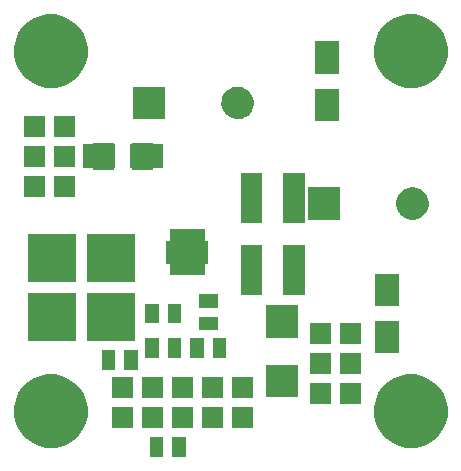
<source format=gbr>
G04 #@! TF.FileFunction,Soldermask,Bot*
%FSLAX46Y46*%
G04 Gerber Fmt 4.6, Leading zero omitted, Abs format (unit mm)*
G04 Created by KiCad (PCBNEW (2016-09-17 revision 679eef1)-makepkg) date 09/29/16 07:02:03*
%MOMM*%
%LPD*%
G01*
G04 APERTURE LIST*
%ADD10C,0.500000*%
G04 APERTURE END LIST*
D10*
G36*
X16503000Y1213500D02*
X15374000Y1213500D01*
X15374000Y2850500D01*
X16503000Y2850500D01*
X16503000Y1213500D01*
X16503000Y1213500D01*
G37*
G36*
X14598000Y1213500D02*
X13469000Y1213500D01*
X13469000Y2850500D01*
X14598000Y2850500D01*
X14598000Y1213500D01*
X14598000Y1213500D01*
G37*
G36*
X5407706Y8197923D02*
X6007075Y8074890D01*
X6571127Y7837785D01*
X7078386Y7495635D01*
X7509528Y7061472D01*
X7848130Y6551837D01*
X8081289Y5986147D01*
X8200068Y5386276D01*
X8200068Y5386261D01*
X8200133Y5385932D01*
X8190375Y4687068D01*
X8190299Y4686734D01*
X8190299Y4686722D01*
X8054821Y4090411D01*
X7805952Y3531444D01*
X7453255Y3031464D01*
X7010156Y2609506D01*
X6493546Y2281656D01*
X5923090Y2060390D01*
X5320524Y1954142D01*
X4708794Y1966955D01*
X4111197Y2098346D01*
X3550512Y2343303D01*
X3048081Y2692502D01*
X2623042Y3132642D01*
X2291593Y3646951D01*
X2066351Y4215848D01*
X1955896Y4817665D01*
X1964440Y5429467D01*
X2091653Y6027957D01*
X2332693Y6590345D01*
X2678376Y7095202D01*
X3115537Y7523303D01*
X3627522Y7858336D01*
X4194832Y8087544D01*
X4795855Y8202195D01*
X5407706Y8197923D01*
X5407706Y8197923D01*
G37*
G36*
X35887706Y8197923D02*
X36487075Y8074890D01*
X37051127Y7837785D01*
X37558386Y7495635D01*
X37989528Y7061472D01*
X38328130Y6551837D01*
X38561289Y5986147D01*
X38680068Y5386276D01*
X38680068Y5386261D01*
X38680133Y5385932D01*
X38670375Y4687068D01*
X38670299Y4686734D01*
X38670299Y4686722D01*
X38534821Y4090411D01*
X38285952Y3531444D01*
X37933255Y3031464D01*
X37490156Y2609506D01*
X36973546Y2281656D01*
X36403090Y2060390D01*
X35800524Y1954142D01*
X35188794Y1966955D01*
X34591197Y2098346D01*
X34030512Y2343303D01*
X33528081Y2692502D01*
X33103042Y3132642D01*
X32771593Y3646951D01*
X32546351Y4215848D01*
X32435896Y4817665D01*
X32444440Y5429467D01*
X32571653Y6027957D01*
X32812693Y6590345D01*
X33158376Y7095202D01*
X33595537Y7523303D01*
X34107522Y7858336D01*
X34674832Y8087544D01*
X35275855Y8202195D01*
X35887706Y8197923D01*
X35887706Y8197923D01*
G37*
G36*
X19678000Y3690000D02*
X17914000Y3690000D01*
X17914000Y5454000D01*
X19678000Y5454000D01*
X19678000Y3690000D01*
X19678000Y3690000D01*
G37*
G36*
X22218000Y3690000D02*
X20454000Y3690000D01*
X20454000Y5454000D01*
X22218000Y5454000D01*
X22218000Y3690000D01*
X22218000Y3690000D01*
G37*
G36*
X14598000Y3690000D02*
X12834000Y3690000D01*
X12834000Y5454000D01*
X14598000Y5454000D01*
X14598000Y3690000D01*
X14598000Y3690000D01*
G37*
G36*
X17138000Y3690000D02*
X15374000Y3690000D01*
X15374000Y5454000D01*
X17138000Y5454000D01*
X17138000Y3690000D01*
X17138000Y3690000D01*
G37*
G36*
X12058000Y3690000D02*
X10294000Y3690000D01*
X10294000Y5454000D01*
X12058000Y5454000D01*
X12058000Y3690000D01*
X12058000Y3690000D01*
G37*
G36*
X28822000Y5722000D02*
X27058000Y5722000D01*
X27058000Y7486000D01*
X28822000Y7486000D01*
X28822000Y5722000D01*
X28822000Y5722000D01*
G37*
G36*
X31362000Y5722000D02*
X29598000Y5722000D01*
X29598000Y7486000D01*
X31362000Y7486000D01*
X31362000Y5722000D01*
X31362000Y5722000D01*
G37*
G36*
X12058000Y6230000D02*
X10294000Y6230000D01*
X10294000Y7994000D01*
X12058000Y7994000D01*
X12058000Y6230000D01*
X12058000Y6230000D01*
G37*
G36*
X22218000Y6230000D02*
X20454000Y6230000D01*
X20454000Y7994000D01*
X22218000Y7994000D01*
X22218000Y6230000D01*
X22218000Y6230000D01*
G37*
G36*
X19678000Y6230000D02*
X17914000Y6230000D01*
X17914000Y7994000D01*
X19678000Y7994000D01*
X19678000Y6230000D01*
X19678000Y6230000D01*
G37*
G36*
X14598000Y6230000D02*
X12834000Y6230000D01*
X12834000Y7994000D01*
X14598000Y7994000D01*
X14598000Y6230000D01*
X14598000Y6230000D01*
G37*
G36*
X17138000Y6230000D02*
X15374000Y6230000D01*
X15374000Y7994000D01*
X17138000Y7994000D01*
X17138000Y6230000D01*
X17138000Y6230000D01*
G37*
G36*
X26007680Y6240160D02*
X23268320Y6240160D01*
X23268320Y9030320D01*
X26007680Y9030320D01*
X26007680Y6240160D01*
X26007680Y6240160D01*
G37*
G36*
X31362000Y8262000D02*
X29598000Y8262000D01*
X29598000Y10026000D01*
X31362000Y10026000D01*
X31362000Y8262000D01*
X31362000Y8262000D01*
G37*
G36*
X28822000Y8262000D02*
X27058000Y8262000D01*
X27058000Y10026000D01*
X28822000Y10026000D01*
X28822000Y8262000D01*
X28822000Y8262000D01*
G37*
G36*
X10534000Y8579500D02*
X9405000Y8579500D01*
X9405000Y10216500D01*
X10534000Y10216500D01*
X10534000Y8579500D01*
X10534000Y8579500D01*
G37*
G36*
X12439000Y8579500D02*
X11310000Y8579500D01*
X11310000Y10216500D01*
X12439000Y10216500D01*
X12439000Y8579500D01*
X12439000Y8579500D01*
G37*
G36*
X18027000Y9595500D02*
X16898000Y9595500D01*
X16898000Y11232500D01*
X18027000Y11232500D01*
X18027000Y9595500D01*
X18027000Y9595500D01*
G37*
G36*
X19932000Y9595500D02*
X18803000Y9595500D01*
X18803000Y11232500D01*
X19932000Y11232500D01*
X19932000Y9595500D01*
X19932000Y9595500D01*
G37*
G36*
X16122000Y9595500D02*
X14993000Y9595500D01*
X14993000Y11232500D01*
X16122000Y11232500D01*
X16122000Y9595500D01*
X16122000Y9595500D01*
G37*
G36*
X14217000Y9595500D02*
X13088000Y9595500D01*
X13088000Y11232500D01*
X14217000Y11232500D01*
X14217000Y9595500D01*
X14217000Y9595500D01*
G37*
G36*
X34548430Y9966340D02*
X32507570Y9966340D01*
X32507570Y12705700D01*
X34548430Y12705700D01*
X34548430Y9966340D01*
X34548430Y9966340D01*
G37*
G36*
X28822000Y10802000D02*
X27058000Y10802000D01*
X27058000Y12566000D01*
X28822000Y12566000D01*
X28822000Y10802000D01*
X28822000Y10802000D01*
G37*
G36*
X31362000Y10802000D02*
X29598000Y10802000D01*
X29598000Y12566000D01*
X31362000Y12566000D01*
X31362000Y10802000D01*
X31362000Y10802000D01*
G37*
G36*
X12185000Y11056000D02*
X8135000Y11056000D01*
X8135000Y15106000D01*
X12185000Y15106000D01*
X12185000Y11056000D01*
X12185000Y11056000D01*
G37*
G36*
X7185000Y11056000D02*
X3135000Y11056000D01*
X3135000Y15106000D01*
X7185000Y15106000D01*
X7185000Y11056000D01*
X7185000Y11056000D01*
G37*
G36*
X26007680Y11289680D02*
X23268320Y11289680D01*
X23268320Y14079840D01*
X26007680Y14079840D01*
X26007680Y11289680D01*
X26007680Y11289680D01*
G37*
G36*
X19233500Y11945000D02*
X17596500Y11945000D01*
X17596500Y13074000D01*
X19233500Y13074000D01*
X19233500Y11945000D01*
X19233500Y11945000D01*
G37*
G36*
X16122000Y12516500D02*
X14993000Y12516500D01*
X14993000Y14153500D01*
X16122000Y14153500D01*
X16122000Y12516500D01*
X16122000Y12516500D01*
G37*
G36*
X14217000Y12516500D02*
X13088000Y12516500D01*
X13088000Y14153500D01*
X14217000Y14153500D01*
X14217000Y12516500D01*
X14217000Y12516500D01*
G37*
G36*
X19233500Y13850000D02*
X17596500Y13850000D01*
X17596500Y14979000D01*
X19233500Y14979000D01*
X19233500Y13850000D01*
X19233500Y13850000D01*
G37*
G36*
X34548430Y13964300D02*
X32507570Y13964300D01*
X32507570Y16703660D01*
X34548430Y16703660D01*
X34548430Y13964300D01*
X34548430Y13964300D01*
G37*
G36*
X22996000Y14898000D02*
X21156000Y14898000D01*
X21156000Y19138000D01*
X22996000Y19138000D01*
X22996000Y14898000D01*
X22996000Y14898000D01*
G37*
G36*
X26596000Y14898000D02*
X24756000Y14898000D01*
X24756000Y19138000D01*
X26596000Y19138000D01*
X26596000Y14898000D01*
X26596000Y14898000D01*
G37*
G36*
X7185000Y16009000D02*
X3135000Y16009000D01*
X3135000Y20059000D01*
X7185000Y20059000D01*
X7185000Y16009000D01*
X7185000Y16009000D01*
G37*
G36*
X12185000Y16009000D02*
X8135000Y16009000D01*
X8135000Y20059000D01*
X12185000Y20059000D01*
X12185000Y16009000D01*
X12185000Y16009000D01*
G37*
G36*
X18132000Y19562000D02*
X18132961Y19552245D01*
X18135806Y19542866D01*
X18140427Y19534221D01*
X18146645Y19526645D01*
X18154221Y19520427D01*
X18162866Y19515806D01*
X18172245Y19512961D01*
X18182000Y19512000D01*
X18407000Y19512000D01*
X18407000Y17572000D01*
X18182000Y17572000D01*
X18172245Y17571039D01*
X18162866Y17568194D01*
X18154221Y17563573D01*
X18146645Y17557355D01*
X18140427Y17549779D01*
X18135806Y17541134D01*
X18132961Y17531755D01*
X18132000Y17522000D01*
X18132000Y16622000D01*
X15142000Y16622000D01*
X15142000Y17522000D01*
X15141039Y17531755D01*
X15138194Y17541134D01*
X15133573Y17549779D01*
X15127355Y17557355D01*
X15119779Y17563573D01*
X15111134Y17568194D01*
X15101755Y17571039D01*
X15092000Y17572000D01*
X14867000Y17572000D01*
X14867000Y19512000D01*
X15092000Y19512000D01*
X15101755Y19512961D01*
X15111134Y19515806D01*
X15119779Y19520427D01*
X15127355Y19526645D01*
X15133573Y19534221D01*
X15138194Y19542866D01*
X15141039Y19552245D01*
X15142000Y19562000D01*
X15142000Y20462000D01*
X18132000Y20462000D01*
X18132000Y19562000D01*
X18132000Y19562000D01*
G37*
G36*
X22996000Y20994000D02*
X21156000Y20994000D01*
X21156000Y25234000D01*
X22996000Y25234000D01*
X22996000Y20994000D01*
X22996000Y20994000D01*
G37*
G36*
X26596000Y20994000D02*
X24756000Y20994000D01*
X24756000Y25234000D01*
X26596000Y25234000D01*
X26596000Y20994000D01*
X26596000Y20994000D01*
G37*
G36*
X35837897Y24038589D02*
X36101082Y23984565D01*
X36348757Y23880452D01*
X36571497Y23730213D01*
X36760814Y23539569D01*
X36909494Y23315788D01*
X37011875Y23067392D01*
X37063993Y22804179D01*
X37063993Y22804169D01*
X37064059Y22803835D01*
X37059774Y22496963D01*
X37059698Y22496629D01*
X37059698Y22496617D01*
X37000254Y22234970D01*
X36890974Y21989525D01*
X36736104Y21769982D01*
X36541536Y21584697D01*
X36314693Y21440739D01*
X36064203Y21343579D01*
X35799616Y21296926D01*
X35531004Y21302552D01*
X35268594Y21360247D01*
X35022397Y21467808D01*
X34801779Y21621142D01*
X34615142Y21814410D01*
X34469603Y22040242D01*
X34370698Y22290047D01*
X34322196Y22554310D01*
X34325948Y22822953D01*
X34381807Y23085750D01*
X34487649Y23332697D01*
X34639439Y23554381D01*
X34831399Y23742363D01*
X35056212Y23889476D01*
X35305320Y23990122D01*
X35569229Y24040466D01*
X35837897Y24038589D01*
X35837897Y24038589D01*
G37*
G36*
X29564000Y21299500D02*
X26824000Y21299500D01*
X26824000Y24039500D01*
X29564000Y24039500D01*
X29564000Y21299500D01*
X29564000Y21299500D01*
G37*
G36*
X4565000Y23248000D02*
X2801000Y23248000D01*
X2801000Y25012000D01*
X4565000Y25012000D01*
X4565000Y23248000D01*
X4565000Y23248000D01*
G37*
G36*
X7105000Y23248000D02*
X5341000Y23248000D01*
X5341000Y25012000D01*
X7105000Y25012000D01*
X7105000Y23248000D01*
X7105000Y23248000D01*
G37*
G36*
X13709000Y27740430D02*
X13709961Y27730675D01*
X13712806Y27721296D01*
X13717427Y27712651D01*
X13723645Y27705075D01*
X13731221Y27698857D01*
X13739866Y27694236D01*
X13749245Y27691391D01*
X13759000Y27690430D01*
X14544660Y27690430D01*
X14544660Y25649570D01*
X13759000Y25649570D01*
X13749245Y25648609D01*
X13739866Y25645764D01*
X13731221Y25641143D01*
X13723645Y25634925D01*
X13717427Y25627349D01*
X13712806Y25618704D01*
X13709961Y25609325D01*
X13709000Y25599570D01*
X13709000Y25534000D01*
X11945000Y25534000D01*
X11945000Y25599570D01*
X11944039Y25609325D01*
X11941194Y25618704D01*
X11936573Y25627349D01*
X11930355Y25634925D01*
X11922779Y25641143D01*
X11914134Y25645764D01*
X11904755Y25648609D01*
X11895000Y25649570D01*
X11805300Y25649570D01*
X11805300Y27690430D01*
X11895000Y27690430D01*
X11904755Y27691391D01*
X11914134Y27694236D01*
X11922779Y27698857D01*
X11930355Y27705075D01*
X11936573Y27712651D01*
X11941194Y27721296D01*
X11944039Y27730675D01*
X11945000Y27740430D01*
X11945000Y27806000D01*
X13709000Y27806000D01*
X13709000Y27740430D01*
X13709000Y27740430D01*
G37*
G36*
X10407000Y27740430D02*
X10407961Y27730675D01*
X10410806Y27721296D01*
X10415427Y27712651D01*
X10421645Y27705075D01*
X10429221Y27698857D01*
X10437866Y27694236D01*
X10447245Y27691391D01*
X10457000Y27690430D01*
X10546700Y27690430D01*
X10546700Y25649570D01*
X10457000Y25649570D01*
X10447245Y25648609D01*
X10437866Y25645764D01*
X10429221Y25641143D01*
X10421645Y25634925D01*
X10415427Y25627349D01*
X10410806Y25618704D01*
X10407961Y25609325D01*
X10407000Y25599570D01*
X10407000Y25534000D01*
X8643000Y25534000D01*
X8643000Y25599570D01*
X8642039Y25609325D01*
X8639194Y25618704D01*
X8634573Y25627349D01*
X8628355Y25634925D01*
X8620779Y25641143D01*
X8612134Y25645764D01*
X8602755Y25648609D01*
X8593000Y25649570D01*
X7807340Y25649570D01*
X7807340Y27690430D01*
X8593000Y27690430D01*
X8602755Y27691391D01*
X8612134Y27694236D01*
X8620779Y27698857D01*
X8628355Y27705075D01*
X8634573Y27712651D01*
X8639194Y27721296D01*
X8642039Y27730675D01*
X8643000Y27740430D01*
X8643000Y27806000D01*
X10407000Y27806000D01*
X10407000Y27740430D01*
X10407000Y27740430D01*
G37*
G36*
X4565000Y25788000D02*
X2801000Y25788000D01*
X2801000Y27552000D01*
X4565000Y27552000D01*
X4565000Y25788000D01*
X4565000Y25788000D01*
G37*
G36*
X7105000Y25788000D02*
X5341000Y25788000D01*
X5341000Y27552000D01*
X7105000Y27552000D01*
X7105000Y25788000D01*
X7105000Y25788000D01*
G37*
G36*
X7105000Y28328000D02*
X5341000Y28328000D01*
X5341000Y30092000D01*
X7105000Y30092000D01*
X7105000Y28328000D01*
X7105000Y28328000D01*
G37*
G36*
X4565000Y28328000D02*
X2801000Y28328000D01*
X2801000Y30092000D01*
X4565000Y30092000D01*
X4565000Y28328000D01*
X4565000Y28328000D01*
G37*
G36*
X29468430Y29651340D02*
X27427570Y29651340D01*
X27427570Y32390700D01*
X29468430Y32390700D01*
X29468430Y29651340D01*
X29468430Y29651340D01*
G37*
G36*
X21042397Y32547589D02*
X21305582Y32493565D01*
X21553257Y32389452D01*
X21775997Y32239213D01*
X21965314Y32048569D01*
X22113994Y31824788D01*
X22216375Y31576392D01*
X22268493Y31313179D01*
X22268493Y31313169D01*
X22268559Y31312835D01*
X22264274Y31005963D01*
X22264198Y31005629D01*
X22264198Y31005617D01*
X22204754Y30743970D01*
X22095474Y30498525D01*
X21940604Y30278982D01*
X21746036Y30093697D01*
X21519193Y29949739D01*
X21268703Y29852579D01*
X21004116Y29805926D01*
X20735504Y29811552D01*
X20473094Y29869247D01*
X20226897Y29976808D01*
X20006279Y30130142D01*
X19819642Y30323410D01*
X19674103Y30549242D01*
X19575198Y30799047D01*
X19526696Y31063310D01*
X19530448Y31331953D01*
X19586307Y31594750D01*
X19692149Y31841697D01*
X19843939Y32063381D01*
X20035899Y32251363D01*
X20260712Y32398476D01*
X20509820Y32499122D01*
X20773729Y32549466D01*
X21042397Y32547589D01*
X21042397Y32547589D01*
G37*
G36*
X14768500Y29808500D02*
X12028500Y29808500D01*
X12028500Y32548500D01*
X14768500Y32548500D01*
X14768500Y29808500D01*
X14768500Y29808500D01*
G37*
G36*
X35887706Y38677923D02*
X36487075Y38554890D01*
X37051127Y38317785D01*
X37558386Y37975635D01*
X37989528Y37541472D01*
X38328130Y37031837D01*
X38561289Y36466147D01*
X38680068Y35866276D01*
X38680068Y35866261D01*
X38680133Y35865932D01*
X38670375Y35167068D01*
X38670299Y35166734D01*
X38670299Y35166722D01*
X38534821Y34570411D01*
X38285952Y34011444D01*
X37933255Y33511464D01*
X37490156Y33089506D01*
X36973546Y32761656D01*
X36403090Y32540390D01*
X35800524Y32434142D01*
X35188794Y32446955D01*
X34591197Y32578346D01*
X34030512Y32823303D01*
X33528081Y33172502D01*
X33103042Y33612642D01*
X32771593Y34126951D01*
X32546351Y34695848D01*
X32435896Y35297665D01*
X32444440Y35909467D01*
X32571653Y36507957D01*
X32812693Y37070345D01*
X33158376Y37575202D01*
X33595537Y38003303D01*
X34107522Y38338336D01*
X34674832Y38567544D01*
X35275855Y38682195D01*
X35887706Y38677923D01*
X35887706Y38677923D01*
G37*
G36*
X5407706Y38677923D02*
X6007075Y38554890D01*
X6571127Y38317785D01*
X7078386Y37975635D01*
X7509528Y37541472D01*
X7848130Y37031837D01*
X8081289Y36466147D01*
X8200068Y35866276D01*
X8200068Y35866261D01*
X8200133Y35865932D01*
X8190375Y35167068D01*
X8190299Y35166734D01*
X8190299Y35166722D01*
X8054821Y34570411D01*
X7805952Y34011444D01*
X7453255Y33511464D01*
X7010156Y33089506D01*
X6493546Y32761656D01*
X5923090Y32540390D01*
X5320524Y32434142D01*
X4708794Y32446955D01*
X4111197Y32578346D01*
X3550512Y32823303D01*
X3048081Y33172502D01*
X2623042Y33612642D01*
X2291593Y34126951D01*
X2066351Y34695848D01*
X1955896Y35297665D01*
X1964440Y35909467D01*
X2091653Y36507957D01*
X2332693Y37070345D01*
X2678376Y37575202D01*
X3115537Y38003303D01*
X3627522Y38338336D01*
X4194832Y38567544D01*
X4795855Y38682195D01*
X5407706Y38677923D01*
X5407706Y38677923D01*
G37*
G36*
X29468430Y33649300D02*
X27427570Y33649300D01*
X27427570Y36388660D01*
X29468430Y36388660D01*
X29468430Y33649300D01*
X29468430Y33649300D01*
G37*
M02*

</source>
